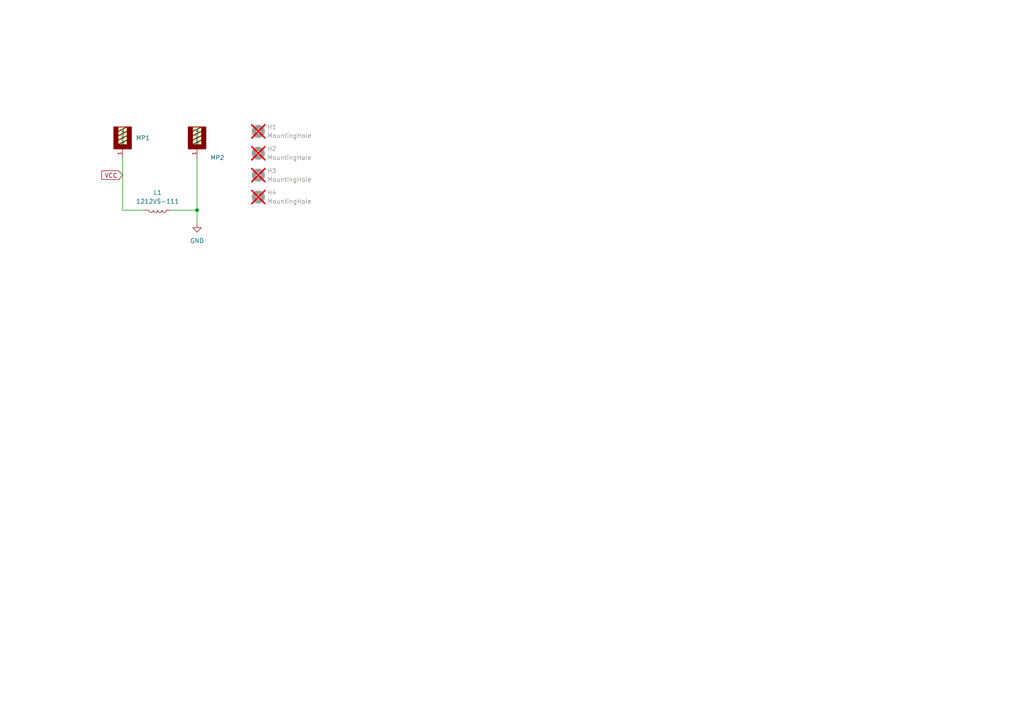
<source format=kicad_sch>
(kicad_sch (version 20231120) (generator "eeschema") (generator_version "8.0")
  (paper "A4")
  (lib_symbols
    (symbol "Device:L" (pin_numbers hide) (pin_names (offset 1.016) hide)
      (property "Reference" "L" (at -1.27 0 90))
      (property "Value" "L" (at 1.905 0 90))
      (symbol "L_0_1"
        (arc (start 0 -2.54) (mid 0.6323 -1.905) (end 0 -1.27))
        (arc (start 0 -1.27) (mid 0.6323 -0.635) (end 0 0))
        (arc (start 0 0) (mid 0.6323 0.635) (end 0 1.27))
        (arc (start 0 1.27) (mid 0.6323 1.905) (end 0 2.54))
      )
      (symbol "L_1_1"
        (pin passive line (at 0 3.81 270) (length 1.27) (name "1") (number "1"))
        (pin passive line (at 0 -3.81 90) (length 1.27) (name "2") (number "2"))
      )
    )
    (symbol "Mechanical:MountingHole" (pin_names (offset 1.016))
      (property "Reference" "H" (at 0 5.08 0))
      (property "Value" "MountingHole" (at 0 3.175 0))
      (symbol "MountingHole_0_1"
        (circle (center 0 0) (radius 1.27) (stroke (width 1.27)))
      )
    )
    (symbol "New_Library:7466205R" (pin_names (offset 1.016))
      (property "Reference" "MP" (at 3.302 1.27 0))
      (symbol "7466205R_0_0"
        (rectangle (start -2.54 -2.54) (end 2.54 -1.27) (stroke (width 0.1)) (fill (type outline)))
        (rectangle (start -2.54 -2.54) (end 2.54 3.81) (stroke (width 0.254)) (fill (type background)))
        (rectangle (start -2.54 -1.27) (end -1.27 3.81) (stroke (width 0.1)) (fill (type outline)))
        (polyline (pts (xy -1.27 2.54) (xy 1.27 3.81)) (stroke (width 0.254)))
        (polyline (pts (xy 1.27 0) (xy -1.27 -1.27)) (stroke (width 0.254)))
        (polyline (pts (xy 1.27 1.27) (xy -1.27 0)) (stroke (width 0.254)))
        (polyline (pts (xy 1.27 2.54) (xy -1.27 1.27)) (stroke (width 0.254)))
        (rectangle (start 1.27 -1.27) (end 2.54 3.81) (stroke (width 0.1)) (fill (type outline)))
      )
      (symbol "7466205R_1_0"
        (pin passive line (at 0 -5.08 90) (length 2.54) (name "terminal") (number "1"))
      )
    )
    (symbol "power:GND" (power) (pin_names (offset 0))
      (property "Value" "GND" (at 0 -3.81 0))
      (symbol "GND_0_1"
        (polyline (pts (xy 0 0) (xy 0 -1.27) (xy 1.27 -1.27) (xy 0 -2.54) (xy -1.27 -1.27) (xy 0 -1.27)))
      )
      (symbol "GND_1_1"
        (pin power_in line (at 0 0 270) (length 0) hide (name "GND") (number "1"))
      )
    )
  )
  (junction (at 57.15 60.96))
  (wire (pts (xy 35.56 45.72) (xy 35.56 60.96)))
  (wire (pts (xy 57.15 60.96) (xy 57.15 64.77)))
  (wire (pts (xy 41.91 60.96) (xy 35.56 60.96)))
  (wire (pts (xy 57.15 60.96) (xy 49.53 60.96)))
  (wire (pts (xy 57.15 45.72) (xy 57.15 60.96)))
  (global_label "VCC" (shape input) (at 35.56 50.8 180) (property "Intersheetrefs" "${INTERSHEET_REFS}" (effects (hide yes))))
  (symbol (lib_id "Mechanical:MountingHole") (at 74.93 50.8 0) (unit 1) (in_bom no) (dnp yes)
    (property "Reference" "H3" (at 77.47 49.5299 0) (effects (justify left)))
    (property "Value" "MountingHole" (at 77.47 52.0699 0) (effects (justify left)))
    (property "Footprint" "MountingHole:MountingHole_3.2mm_M3" (effects (hide yes)))
    (property "Description" "Mounting Hole without connection" (effects (hide yes)))
  )
  (symbol (lib_id "New_Library:7466205R") (at 57.15 40.64 0) (unit 1)
    (property "Reference" "MP2" (at 60.96 45.72 0) (effects (justify left)))
    (property "Value" "7466205R" (effects (hide yes)))
    (property "Footprint" "Library:7466205R" (effects (hide yes)))
    (property "Datasheet" "https://www.we-online.com/components/products/datasheet/7466205R.pdf" (effects (hide yes)))
    (property "PART-NUMBER" "7466205R" (effects (hide yes)))
    (property "IR" "70A" (effects (hide yes)))
    (property "DATASHEET-URL" "https://www.we-online.com/catalog/datasheet/7466205R.pdf" (effects (hide yes)))
    (property "THREAD" "M5" (effects (hide yes)))
  )
  (symbol (lib_id "Mechanical:MountingHole") (at 74.93 38.1 0) (unit 1) (in_bom no) (dnp yes)
    (property "Reference" "H1" (at 77.47 36.8299 0) (effects (justify left)))
    (property "Value" "MountingHole" (at 77.47 39.3699 0) (effects (justify left)))
    (property "Footprint" "MountingHole:MountingHole_3.2mm_M3" (effects (hide yes)))
    (property "Description" "Mounting Hole without connection" (effects (hide yes)))
  )
  (symbol (lib_id "Mechanical:MountingHole") (at 74.93 57.15 0) (unit 1) (in_bom no) (dnp yes)
    (property "Reference" "H4" (at 77.47 55.8799 0) (effects (justify left)))
    (property "Value" "MountingHole" (at 77.47 58.4199 0) (effects (justify left)))
    (property "Footprint" "MountingHole:MountingHole_3.2mm_M3" (effects (hide yes)))
    (property "Description" "Mounting Hole without connection" (effects (hide yes)))
  )
  (symbol (lib_id "power:GND") (at 57.15 64.77 0) (unit 1)
    (property "Reference" "#PWR01" (effects (hide yes)))
    (property "Value" "GND" (at 57.15 69.85 0))
    (property "Description" "Power symbol creates a global label with name \"GND\" , ground" (effects (hide yes)))
  )
  (symbol (lib_id "New_Library:7466205R") (at 35.56 40.64 0) (unit 1)
    (property "Reference" "MP1" (at 39.37 40.0049 0) (effects (justify left)))
    (property "Value" "7466205R" (effects (hide yes)))
    (property "Footprint" "Library:7466205R" (effects (hide yes)))
    (property "Datasheet" "https://www.we-online.com/components/products/datasheet/7466205R.pdf" (effects (hide yes)))
    (property "PART-NUMBER" "7466205R" (effects (hide yes)))
    (property "IR" "70A" (effects (hide yes)))
    (property "DATASHEET-URL" "https://www.we-online.com/catalog/datasheet/7466205R.pdf" (effects (hide yes)))
    (property "THREAD" "M5" (effects (hide yes)))
  )
  (symbol (lib_id "Device:L") (at 45.72 60.96 270) (unit 1)
    (property "Reference" "L1" (at 45.72 55.88 90))
    (property "Value" "1212VS-111" (at 45.72 58.42 90))
    (property "Footprint" "Library:1212VS" (effects (hide yes)))
    (property "Datasheet" "https://www.mouser.com/datasheet/2/597/1010vs-253196.pdf" (effects (hide yes)))
    (property "Description" "Inductor, 117nh, 1.43mh" (effects (hide yes)))
  )
  (symbol (lib_id "Mechanical:MountingHole") (at 74.93 44.45 0) (unit 1) (in_bom no) (dnp yes)
    (property "Reference" "H2" (at 77.47 43.1799 0) (effects (justify left)))
    (property "Value" "MountingHole" (at 77.47 45.7199 0) (effects (justify left)))
    (property "Footprint" "MountingHole:MountingHole_3.2mm_M3" (effects (hide yes)))
    (property "Description" "Mounting Hole without connection" (effects (hide yes)))
  )
)
</source>
